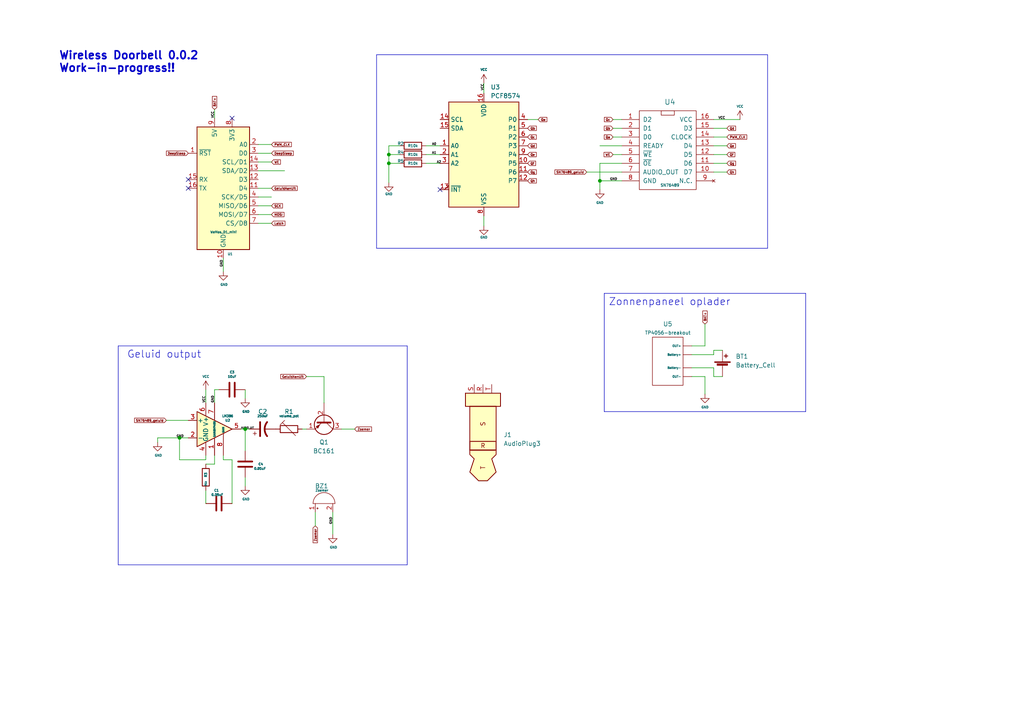
<source format=kicad_sch>
(kicad_sch (version 20230121) (generator eeschema)
  (paper "A4")
  (title_block (title "Draadoloos deurbel op basis van ESp32 S2") (date "2022-12-14") (rev "0.0.1") (company "Easylab4kids"))
  (lib_symbols
    (symbol "Amplifier_Audio:LM386" (pin_names (offset 0.127))
      (property "Reference" "U" (at 1.27 7.62 0))
      (property "Value" "LM386" (at 1.27 5.08 0))
      (symbol "LM386_0_1"
        (polyline (pts (xy 5.08 0) (xy -5.08 5.08) (xy -5.08 -5.08) (xy 5.08 0)) (stroke (width 0.254)) (fill (type background)))
      )
      (symbol "LM386_1_1"
        (pin input line (at 0 -7.62 90) (length 5.08) (name "GAIN") (number "1"))
        (pin input line (at -7.62 -2.54 0) (length 2.54) (name "-") (number "2"))
        (pin input line (at -7.62 2.54 0) (length 2.54) (name "+") (number "3"))
        (pin power_in line (at -2.54 -7.62 90) (length 3.81) (name "GND") (number "4"))
        (pin output line (at 7.62 0 180) (length 2.54) (name "~") (number "5"))
        (pin power_in line (at -2.54 7.62 270) (length 3.81) (name "V+") (number "6"))
        (pin input line (at 0 7.62 270) (length 5.08) (name "BYPASS") (number "7"))
        (pin input line (at 2.54 -7.62 90) (length 6.35) (name "GAIN") (number "8"))
      )
    )
    (symbol "Connector_Audio:AudioPlug3"
      (property "Reference" "J" (at 1.27 6.35 0))
      (property "Value" "AudioPlug3" (at 1.27 -6.35 0))
      (symbol "AudioPlug3_0_0"
        (text "R" (at -2.54 0 900) (effects (font (size 1.27 1.27))))
      )
      (symbol "AudioPlug3_0_1"
        (rectangle (start -3.81 3.81) (end -1.27 -3.81) (stroke (width 0.254)))
        (rectangle (start -1.27 -1.27) (end -1.27 -1.27))
      )
      (symbol "AudioPlug3_1_0"
        (text "S" (at 3.81 0 0) (effects (font (size 1.27 1.27))))
        (text "T" (at -8.89 0 0) (effects (font (size 1.27 1.27))))
      )
      (symbol "AudioPlug3_1_1"
        (rectangle (start -3.81 3.81) (end 8.89 -3.81) (stroke (width 0.254)) (fill (type background)))
        (polyline (pts (xy -3.81 3.81) (xy -5.08 3.81) (xy -6.35 2.54) (xy -10.16 3.81) (xy -12.7 1.27) (xy -12.7 -1.27) (xy -10.16 -3.81) (xy -6.35 -2.54) (xy -5.08 -3.81) (xy -3.81 -3.81) (xy -3.81 3.81)) (stroke (width 0.254)) (fill (type background)))
        (rectangle (start 12.7 5.08) (end 8.89 -5.08) (stroke (width 0.254)) (fill (type background)))
        (pin passive line (at 15.24 0 180) (length 2.54) (name "~") (number "R"))
        (pin passive line (at 15.24 2.54 180) (length 2.54) (name "~") (number "S"))
        (pin passive line (at 15.24 -2.54 180) (length 2.54) (name "~") (number "T"))
      )
    )
    (symbol "Device:Battery_Cell" (pin_numbers hide) (pin_names (offset 0) hide)
      (property "Reference" "BT" (at 2.54 2.54 0))
      (property "Value" "Battery_Cell" (at 2.54 0 0))
      (symbol "Battery_Cell_0_1"
        (rectangle (start -2.286 1.778) (end 2.286 1.524) (fill (type outline)))
        (rectangle (start -1.5748 1.1938) (end 1.4732 0.6858) (fill (type outline)))
        (polyline (pts (xy 0 0.762) (xy 0 0)))
        (polyline (pts (xy 0 1.778) (xy 0 2.54)))
        (polyline (pts (xy 0.508 3.429) (xy 1.524 3.429)) (stroke (width 0.254)))
        (polyline (pts (xy 1.016 3.937) (xy 1.016 2.921)) (stroke (width 0.254)))
      )
      (symbol "Battery_Cell_1_1"
        (pin passive line (at 0 5.08 270) (length 2.54) (name "+") (number "1"))
        (pin passive line (at 0 -2.54 90) (length 2.54) (name "-") (number "2"))
      )
    )
    (symbol "Device:Buzzer" (pin_names (offset 0.0254) hide)
      (property "Reference" "BZ" (at 3.81 1.27 0))
      (property "Value" "Buzzer" (at 3.81 -1.27 0))
      (symbol "Buzzer_0_1"
        (arc (start 0 -3.175) (mid 3.1612 0) (end 0 3.175))
        (polyline (pts (xy -1.651 1.905) (xy -1.143 1.905)))
        (polyline (pts (xy -1.397 2.159) (xy -1.397 1.651)))
        (polyline (pts (xy 0 3.175) (xy 0 -3.175)))
      )
      (symbol "Buzzer_1_1"
        (pin passive line (at -2.54 2.54 0) (length 2.54) (name "-") (number "1"))
        (pin passive line (at -2.54 -2.54 0) (length 2.54) (name "+") (number "2"))
      )
    )
    (symbol "Device:C" (pin_numbers hide) (pin_names (offset 0.254))
      (property "Reference" "C" (at 0.635 2.54 0))
      (property "Value" "C" (at 0.635 -2.54 0))
      (symbol "C_0_1"
        (polyline (pts (xy -2.032 -0.762) (xy 2.032 -0.762)) (stroke (width 0.508)))
        (polyline (pts (xy -2.032 0.762) (xy 2.032 0.762)) (stroke (width 0.508)))
      )
      (symbol "C_1_1"
        (pin passive line (at 0 3.81 270) (length 2.794) (name "~") (number "1"))
        (pin passive line (at 0 -3.81 90) (length 2.794) (name "~") (number "2"))
      )
    )
    (symbol "Device:C_Polarized_US" (pin_numbers hide) (pin_names (offset 0.254) hide)
      (property "Reference" "C" (at 0.635 2.54 0))
      (property "Value" "C_Polarized_US" (at 0.635 -2.54 0))
      (symbol "C_Polarized_US_0_1"
        (polyline (pts (xy -2.032 0.762) (xy 2.032 0.762)) (stroke (width 0.508)))
        (polyline (pts (xy -1.778 2.286) (xy -0.762 2.286)))
        (polyline (pts (xy -1.27 1.778) (xy -1.27 2.794)))
        (arc (start 2.032 -1.27) (mid 0 -0.5572) (end -2.032 -1.27) (stroke (width 0.508)))
      )
      (symbol "C_Polarized_US_1_1"
        (pin passive line (at 0 3.81 270) (length 2.794) (name "~") (number "1"))
        (pin passive line (at 0 -3.81 90) (length 3.302) (name "~") (number "2"))
      )
    )
    (symbol "Device:R" (pin_numbers hide) (pin_names (offset 0))
      (property "Reference" "R" (at 2.032 0 90))
      (property "Value" "R" (at 0 0 90))
      (symbol "R_0_1"
        (rectangle (start -1.016 -2.54) (end 1.016 2.54) (stroke (width 0.254)))
      )
      (symbol "R_1_1"
        (pin passive line (at 0 3.81 270) (length 1.27) (name "~") (number "1"))
        (pin passive line (at 0 -3.81 90) (length 1.27) (name "~") (number "2"))
      )
    )
    (symbol "Device:R_Trim" (pin_numbers hide) (pin_names (offset 0))
      (property "Reference" "R" (at 2.54 -2.54 90))
      (property "Value" "R_Trim" (at -2.54 -0.635 90))
      (symbol "R_Trim_0_1"
        (rectangle (start -1.016 -2.54) (end 1.016 2.54) (stroke (width 0.254)))
        (polyline (pts (xy -1.905 -1.905) (xy 1.905 1.905) (xy 2.54 1.27) (xy 1.27 2.54)))
      )
      (symbol "R_Trim_1_1"
        (pin passive line (at 0 3.81 270) (length 1.27) (name "~") (number "1"))
        (pin passive line (at 0 -3.81 90) (length 1.27) (name "~") (number "2"))
      )
    )
    (symbol "EasyLab4Kids:TP4056-breakout"
      (property "Reference" "U" (at 0 8.89 0))
      (property "Value" "TP4056-breakout" (at 0 6.35 0))
      (symbol "TP4056-breakout_0_1"
        (rectangle (start -5.08 5.08) (end 3.81 -8.89))
      )
      (symbol "TP4056-breakout_1_1"
        (pin output line (at 6.35 0 180) (length 2.54) (name "Battery+") (number ""))
        (pin output line (at 6.35 -3.81 180) (length 2.54) (name "Battery-") (number ""))
        (pin output line (at 6.35 2.54 180) (length 2.54) (name "OUT+") (number ""))
        (pin output line (at 6.35 -6.35 180) (length 2.54) (name "OUT-") (number ""))
      )
    )
    (symbol "GND_1" (power) (pin_names (offset 0))
      (property "Value" "GND_1" (at 0 -3.81 0))
      (symbol "GND_1_0_1"
        (polyline (pts (xy 0 0) (xy 0 -1.27) (xy 1.27 -1.27) (xy 0 -2.54) (xy -1.27 -1.27) (xy 0 -1.27)))
      )
      (symbol "GND_1_1_1"
        (pin power_in line (at 0 0 270) (length 0) hide (name "GND") (number "1"))
      )
    )
    (symbol "Interface_Expansion:PCF8574"
      (property "Reference" "U" (at -8.89 16.51 0))
      (property "Value" "PCF8574" (at 2.54 16.51 0))
      (symbol "PCF8574_0_1"
        (rectangle (start -10.16 15.24) (end 10.16 -15.24) (stroke (width 0.254)) (fill (type background)))
      )
      (symbol "PCF8574_1_1"
        (pin input line (at -12.7 2.54 0) (length 2.54) (name "A0") (number "1"))
        (pin bidirectional line (at 12.7 -2.54 180) (length 2.54) (name "P5") (number "10"))
        (pin bidirectional line (at 12.7 -5.08 180) (length 2.54) (name "P6") (number "11"))
        (pin bidirectional line (at 12.7 -7.62 180) (length 2.54) (name "P7") (number "12"))
        (pin open_collector output_low (at -12.7 -10.16 0) (length 2.54) (name "~{INT}") (number "13"))
        (pin input line (at -12.7 10.16 0) (length 2.54) (name "SCL") (number "14"))
        (pin bidirectional line (at -12.7 7.62 0) (length 2.54) (name "SDA") (number "15"))
        (pin power_in line (at 0 17.78 270) (length 2.54) (name "VDD") (number "16"))
        (pin input line (at -12.7 0 0) (length 2.54) (name "A1") (number "2"))
        (pin input line (at -12.7 -2.54 0) (length 2.54) (name "A2") (number "3"))
        (pin bidirectional line (at 12.7 10.16 180) (length 2.54) (name "P0") (number "4"))
        (pin bidirectional line (at 12.7 7.62 180) (length 2.54) (name "P1") (number "5"))
        (pin bidirectional line (at 12.7 5.08 180) (length 2.54) (name "P2") (number "6"))
        (pin bidirectional line (at 12.7 2.54 180) (length 2.54) (name "P3") (number "7"))
        (pin power_in line (at 0 -17.78 90) (length 2.54) (name "VSS") (number "8"))
        (pin bidirectional line (at 12.7 0 180) (length 2.54) (name "P4") (number "9"))
      )
    )
    (symbol "MCU_Module:WeMos_D1_mini"
      (property "Reference" "U" (at 3.81 19.05 0))
      (property "Value" "WeMos_D1_mini" (at 1.27 -19.05 0))
      (symbol "WeMos_D1_mini_1_1"
        (rectangle (start -7.62 17.78) (end 7.62 -17.78) (stroke (width 0.254)) (fill (type background)))
        (pin input line (at -10.16 10.16 0) (length 2.54) (name "~{RST}") (number "1"))
        (pin power_in line (at 0 -20.32 90) (length 2.54) (name "GND") (number "10"))
        (pin bidirectional line (at 10.16 0 180) (length 2.54) (name "D4") (number "11"))
        (pin bidirectional line (at 10.16 2.54 180) (length 2.54) (name "D3") (number "12"))
        (pin bidirectional line (at 10.16 5.08 180) (length 2.54) (name "SDA/D2") (number "13"))
        (pin bidirectional line (at 10.16 7.62 180) (length 2.54) (name "SCL/D1") (number "14"))
        (pin input line (at -10.16 2.54 0) (length 2.54) (name "RX") (number "15"))
        (pin output line (at -10.16 0 0) (length 2.54) (name "TX") (number "16"))
        (pin input line (at 10.16 12.7 180) (length 2.54) (name "A0") (number "2"))
        (pin bidirectional line (at 10.16 10.16 180) (length 2.54) (name "D0") (number "3"))
        (pin bidirectional line (at 10.16 -2.54 180) (length 2.54) (name "SCK/D5") (number "4"))
        (pin bidirectional line (at 10.16 -5.08 180) (length 2.54) (name "MISO/D6") (number "5"))
        (pin bidirectional line (at 10.16 -7.62 180) (length 2.54) (name "MOSI/D7") (number "6"))
        (pin bidirectional line (at 10.16 -10.16 180) (length 2.54) (name "CS/D8") (number "7"))
        (pin power_out line (at 2.54 20.32 270) (length 2.54) (name "3V3") (number "8"))
        (pin power_in line (at -2.54 20.32 270) (length 2.54) (name "5V") (number "9"))
      )
    )
    (symbol "Transistor_BJT:BC161" (pin_names (offset 0) hide)
      (property "Reference" "Q" (at 5.08 1.905 0))
      (property "Value" "BC161" (at 5.08 0 0))
      (symbol "BC161_0_1"
        (polyline (pts (xy 0.635 0.635) (xy 2.54 2.54)))
        (polyline (pts (xy 0.635 -0.635) (xy 2.54 -2.54) (xy 2.54 -2.54)))
        (polyline (pts (xy 0.635 1.905) (xy 0.635 -1.905) (xy 0.635 -1.905)) (stroke (width 0.508)))
        (polyline (pts (xy 2.286 -1.778) (xy 1.778 -2.286) (xy 1.27 -1.27) (xy 2.286 -1.778) (xy 2.286 -1.778)) (fill (type outline)))
        (circle (center 1.27 0) (radius 2.8194) (stroke (width 0.254)))
      )
      (symbol "BC161_1_1"
        (pin passive line (at 2.54 -5.08 90) (length 2.54) (name "E") (number "1"))
        (pin input line (at -5.08 0 0) (length 5.715) (name "B") (number "2"))
        (pin passive line (at 2.54 5.08 270) (length 2.54) (name "C") (number "3"))
      )
    )
    (symbol "VCC_1" (power) (pin_names (offset 0))
      (property "Value" "VCC_1" (at 0 3.81 0))
      (symbol "VCC_1_0_1"
        (polyline (pts (xy -0.762 1.27) (xy 0 2.54)))
        (polyline (pts (xy 0 0) (xy 0 2.54)))
        (polyline (pts (xy 0 2.54) (xy 0.762 1.27)))
      )
      (symbol "VCC_1_1_1"
        (pin power_in line (at 0 0 90) (length 0) hide (name "VCC") (number "1"))
      )
    )
    (symbol "easylab4kids:SN76489" (pin_names (offset 1.016))
      (property "Reference" "U" (at 0 13.97 0))
      (property "Value" "SN76489" (at 0 -12.7 0))
      (symbol "SN76489_0_1"
        (rectangle (start -8.89 11.43) (end 7.62 -11.43))
        (rectangle (start -2.54 11.43) (end 1.27 10.16))
      )
      (symbol "SN76489_1_1"
        (pin input line (at -13.97 8.89 0) (length 5.08) (name "D2") (number "1"))
        (pin input line (at 12.7 -6.35 180) (length 5.08) (name "D7") (number "10"))
        (pin input line (at 12.7 -3.81 180) (length 5.08) (name "D6") (number "11"))
        (pin input line (at 12.7 -1.27 180) (length 5.08) (name "D5") (number "12"))
        (pin input line (at 12.7 1.27 180) (length 5.08) (name "D4") (number "13"))
        (pin input line (at 12.7 3.81 180) (length 5.08) (name "CLOCK") (number "14"))
        (pin input line (at 12.7 6.35 180) (length 5.08) (name "D3") (number "15"))
        (pin power_in line (at 12.7 8.89 180) (length 5.08) (name "VCC") (number "16"))
        (pin input line (at -13.97 6.35 0) (length 5.08) (name "D1") (number "2"))
        (pin output line (at -13.97 3.81 0) (length 5.08) (name "D0") (number "3"))
        (pin power_out line (at -13.97 1.27 0) (length 5.08) (name "READY") (number "4"))
        (pin power_in line (at -13.97 -1.27 0) (length 5.08) (name "~{WE}") (number "5"))
        (pin power_in line (at -13.97 -3.81 0) (length 5.08) (name "~{OE}") (number "6"))
        (pin input line (at -13.97 -6.35 0) (length 5.08) (name "AUDIO_OUT") (number "7"))
        (pin power_in line (at -13.97 -8.89 0) (length 5.08) (name "GND") (number "8"))
        (pin no_connect line (at 12.7 -8.89 180) (length 5.08) (name "N.C.") (number "9"))
      )
    )
    (symbol "power:GND" (power) (pin_names (offset 0))
      (property "Value" "GND" (at 0 -3.81 0))
      (symbol "GND_0_1"
        (polyline (pts (xy 0 0) (xy 0 -1.27) (xy 1.27 -1.27) (xy 0 -2.54) (xy -1.27 -1.27) (xy 0 -1.27)))
      )
      (symbol "GND_1_1"
        (pin power_in line (at 0 0 270) (length 0) hide (name "GND") (number "1"))
      )
    )
    (symbol "power:VCC" (power) (pin_names (offset 0))
      (property "Value" "VCC" (at 0 3.81 0))
      (symbol "VCC_0_1"
        (polyline (pts (xy -0.762 1.27) (xy 0 2.54)))
        (polyline (pts (xy 0 0) (xy 0 2.54)))
        (polyline (pts (xy 0 2.54) (xy 0.762 1.27)))
      )
      (symbol "VCC_1_1"
        (pin power_in line (at 0 0 90) (length 0) hide (name "VCC") (number "1"))
      )
    )
  )
  (junction (at 173.99 52.451))
  (junction (at 112.776 47.371))
  (junction (at 71.12 124.46))
  (junction (at 52.07 127))
  (junction (at 112.776 44.831))
  (no_connect (at 127.635 54.991))
  (no_connect (at 67.31 34.29))
  (no_connect (at 54.61 52.07))
  (no_connect (at 54.61 54.61))
  (wire (pts (xy 123.571 42.291) (xy 127.635 42.291)))
  (wire (pts (xy 200.66 100.33) (xy 204.47 100.33)))
  (wire (pts (xy 210.82 44.831) (xy 207.01 44.831)))
  (wire (pts (xy 173.99 42.291) (xy 180.34 42.291)))
  (wire (pts (xy 52.07 127) (xy 54.61 127)))
  (wire (pts (xy 200.66 109.22) (xy 204.47 109.22)))
  (wire (pts (xy 64.77 74.93) (xy 64.77 78.74)))
  (wire (pts (xy 170.18 49.911) (xy 180.34 49.911)))
  (wire (pts (xy 78.74 64.77) (xy 74.93 64.77)))
  (polyline (pts (xy 233.68 119.38) (xy 233.68 85.09)))
  (polyline (pts (xy 34.29 100.33) (xy 34.29 163.83)))
  (wire (pts (xy 207.01 101.6) (xy 209.55 101.6)))
  (wire (pts (xy 210.82 47.371) (xy 207.01 47.371)))
  (wire (pts (xy 45.72 127) (xy 45.72 128.27)))
  (wire (pts (xy 74.93 54.61) (xy 78.74 54.61)))
  (wire (pts (xy 78.74 46.99) (xy 74.93 46.99)))
  (polyline (pts (xy 109.22 15.875) (xy 222.631 15.875)))
  (wire (pts (xy 156.083 34.671) (xy 153.035 34.671)))
  (wire (pts (xy 74.93 49.53) (xy 82.55 49.53)))
  (wire (pts (xy 87.63 124.46) (xy 88.9 124.46)))
  (wire (pts (xy 99.06 124.46) (xy 102.87 124.46)))
  (wire (pts (xy 210.82 37.211) (xy 207.01 37.211)))
  (wire (pts (xy 59.69 133.35) (xy 52.07 133.35)))
  (polyline (pts (xy 175.26 85.09) (xy 175.26 119.38)))
  (polyline (pts (xy 118.11 163.83) (xy 34.29 163.83)))
  (wire (pts (xy 62.23 113.03) (xy 62.23 116.84)))
  (wire (pts (xy 204.47 93.98) (xy 204.47 100.33)))
  (wire (pts (xy 177.8 39.751) (xy 180.34 39.751)))
  (wire (pts (xy 177.8 34.671) (xy 180.34 34.671)))
  (wire (pts (xy 200.66 102.87) (xy 207.01 102.87)))
  (wire (pts (xy 204.47 109.22) (xy 204.47 114.3)))
  (wire (pts (xy 96.52 154.94) (xy 96.52 148.59)))
  (wire (pts (xy 112.776 47.371) (xy 115.951 47.371)))
  (wire (pts (xy 210.82 42.291) (xy 207.01 42.291)))
  (wire (pts (xy 140.335 62.611) (xy 140.335 65.532)))
  (wire (pts (xy 63.5 113.03) (xy 62.23 113.03)))
  (wire (pts (xy 207.01 106.68) (xy 207.01 109.22)))
  (wire (pts (xy 69.85 124.46) (xy 71.12 124.46)))
  (wire (pts (xy 62.23 132.08) (xy 62.23 134.62)))
  (wire (pts (xy 173.99 52.451) (xy 173.99 54.991)))
  (wire (pts (xy 45.72 127) (xy 52.07 127)))
  (wire (pts (xy 112.776 47.371) (xy 112.776 52.959)))
  (polyline (pts (xy 109.22 72.009) (xy 222.631 72.009)))
  (wire (pts (xy 207.01 102.87) (xy 207.01 101.6)))
  (wire (pts (xy 78.74 62.23) (xy 74.93 62.23)))
  (wire (pts (xy 71.12 124.46) (xy 72.39 124.46)))
  (wire (pts (xy 177.8 44.831) (xy 180.34 44.831)))
  (wire (pts (xy 140.335 24.13) (xy 140.335 27.051)))
  (wire (pts (xy 173.99 47.371) (xy 180.34 47.371)))
  (wire (pts (xy 52.07 133.35) (xy 52.07 127)))
  (wire (pts (xy 78.74 44.45) (xy 74.93 44.45)))
  (wire (pts (xy 62.23 31.75) (xy 62.23 34.29)))
  (wire (pts (xy 71.12 113.03) (xy 71.12 115.57)))
  (wire (pts (xy 93.98 116.84) (xy 93.98 109.22)))
  (wire (pts (xy 112.776 44.831) (xy 115.951 44.831)))
  (wire (pts (xy 67.31 146.05) (xy 67.31 133.35)))
  (wire (pts (xy 64.77 133.35) (xy 64.77 132.08)))
  (polyline (pts (xy 34.29 100.33) (xy 118.11 100.33)))
  (wire (pts (xy 123.571 44.831) (xy 127.635 44.831)))
  (wire (pts (xy 59.69 113.03) (xy 59.69 116.84)))
  (polyline (pts (xy 109.22 15.875) (xy 109.22 72.009)))
  (wire (pts (xy 177.8 37.211) (xy 180.34 37.211)))
  (wire (pts (xy 112.776 44.831) (xy 112.776 47.371)))
  (wire (pts (xy 71.12 124.46) (xy 71.12 130.81)))
  (wire (pts (xy 67.31 133.35) (xy 64.77 133.35)))
  (wire (pts (xy 74.93 59.69) (xy 78.74 59.69)))
  (wire (pts (xy 78.74 41.91) (xy 74.93 41.91)))
  (polyline (pts (xy 175.26 85.09) (xy 233.68 85.09)))
  (polyline (pts (xy 222.631 72.009) (xy 222.631 15.875)))
  (wire (pts (xy 123.571 47.371) (xy 127.635 47.371)))
  (wire (pts (xy 48.26 121.92) (xy 54.61 121.92)))
  (polyline (pts (xy 118.11 100.33) (xy 118.11 163.83)))
  (wire (pts (xy 59.69 142.24) (xy 59.69 146.05)))
  (wire (pts (xy 207.01 109.22) (xy 209.55 109.22)))
  (wire (pts (xy 91.44 152.527) (xy 91.44 148.59)))
  (wire (pts (xy 173.99 52.451) (xy 180.34 52.451)))
  (wire (pts (xy 62.23 134.62) (xy 59.69 134.62)))
  (wire (pts (xy 112.776 42.291) (xy 112.776 44.831)))
  (wire (pts (xy 200.66 106.68) (xy 207.01 106.68)))
  (wire (pts (xy 115.951 42.291) (xy 112.776 42.291)))
  (polyline (pts (xy 175.26 119.38) (xy 233.68 119.38)))
  (wire (pts (xy 210.82 39.751) (xy 207.01 39.751)))
  (wire (pts (xy 78.74 57.15) (xy 74.93 57.15)))
  (wire (pts (xy 88.9 109.22) (xy 93.98 109.22)))
  (wire (pts (xy 173.99 47.371) (xy 173.99 52.451)))
  (wire (pts (xy 210.82 49.911) (xy 207.01 49.911)))
  (wire (pts (xy 71.12 138.43) (xy 71.12 140.97)))
  (wire (pts (xy 59.69 132.08) (xy 59.69 133.35)))
  (wire (pts (xy 207.01 34.671) (xy 214.63 34.671)))
  (text "Wireless Doorbell 0.0.2\nWork-in-progress!!\n" (at 17.018 21.209 0) (effects (font (size 2.27 2.27) (thickness 0.454) bold) (justify left bottom)))
  (text "Zonnenpaneel oplader" (at 176.53 88.9 0) (effects (font (size 2.1 2.1)) (justify left bottom)))
  (text "Geluid output" (at 36.83 104.14 0) (effects (font (size 2.1 2.1)) (justify left bottom)))
  (label "VCC" (at 62.23 34.29 90) (effects (font (size 0.66 0.66))))
  (label "A0" (at 126.619 42.291 180) (effects (font (size 0.66 0.66))))
  (label "GND" (at 64.77 77.47 90) (effects (font (size 0.66 0.66))))
  (label "VCC" (at 59.69 116.84 90) (effects (font (size 0.66 0.66))))
  (label "GND" (at 96.52 149.86 270) (effects (font (size 0.66 0.66))))
  (label "VCC" (at 208.28 34.671 0) (effects (font (size 0.66 0.66))))
  (label "GND" (at 53.34 127 180) (effects (font (size 0.66 0.66))))
  (label "VCC" (at 140.462 26.289 90) (effects (font (size 0.66 0.66))))
  (label "A1" (at 126.619 44.831 180) (effects (font (size 0.66 0.66))))
  (label "AUDIO_UIT" (at 69.85 124.46 0) (effects (font (size 0.5 0.5))))
  (label "GND" (at 179.07 52.451 180) (effects (font (size 0.66 0.66))))
  (label "GND" (at 62.23 116.84 90) (effects (font (size 0.66 0.66))))
  (label "A2" (at 126.619 47.498 0) (effects (font (size 0.66 0.66))))
  (global_label "Qb" (shape input) (at 153.035 37.211 0) (effects (font (size 0.66 0.66))) (property "Intersheetrefs" "${INTERSHEET_REFS}" (effects hide)))
  (global_label "Qh" (shape input) (at 210.82 49.911 0) (effects (font (size 0.66 0.66))) (property "Intersheetrefs" "${INTERSHEET_REFS}" (effects hide)))
  (global_label "Qd" (shape input) (at 210.82 37.211 0) (effects (font (size 0.66 0.66))) (property "Intersheetrefs" "${INTERSHEET_REFS}" (effects hide)))
  (global_label "Qf" (shape input) (at 210.82 44.831 0) (effects (font (size 0.66 0.66))) (property "Intersheetrefs" "${INTERSHEET_REFS}" (effects hide)))
  (global_label "PWM_CLK" (shape input) (at 210.82 39.751 0) (effects (font (size 0.66 0.66))) (property "Intersheetrefs" "${INTERSHEET_REFS}" (effects hide)))
  (global_label "Qc" (shape input) (at 177.8 34.671 180) (effects (font (size 0.66 0.66))) (property "Intersheetrefs" "${INTERSHEET_REFS}" (effects hide)))
  (global_label "Qe" (shape input) (at 210.82 42.291 0) (effects (font (size 0.66 0.66))) (property "Intersheetrefs" "${INTERSHEET_REFS}" (effects hide)))
  (global_label "Qg" (shape input) (at 153.035 49.911 0) (effects (font (size 0.66 0.66))) (property "Intersheetrefs" "${INTERSHEET_REFS}" (effects hide)))
  (global_label "SN76489_geluid" (shape input) (at 48.26 121.92 180) (effects (font (size 0.66 0.66))) (property "Intersheetrefs" "${INTERSHEET_REFS}" (effects hide)))
  (global_label "GeluidAanUit" (shape input) (at 78.74 54.61 0) (effects (font (size 0.66 0.66))) (property "Intersheetrefs" "${INTERSHEET_REFS}" (effects hide)))
  (global_label "Zoemer" (shape input) (at 102.87 124.46 0) (effects (font (size 0.66 0.66))) (property "Intersheetrefs" "${INTERSHEET_REFS}" (effects hide)))
  (global_label "Qc" (shape input) (at 153.035 39.751 0) (effects (font (size 0.66 0.66))) (property "Intersheetrefs" "${INTERSHEET_REFS}" (effects hide)))
  (global_label "WE" (shape input) (at 78.74 46.99 0) (effects (font (size 0.66 0.66))) (property "Intersheetrefs" "${INTERSHEET_REFS}" (effects hide)))
  (global_label "Zoemer" (shape input) (at 91.44 152.527 270) (effects (font (size 0.66 0.66))) (property "Intersheetrefs" "${INTERSHEET_REFS}" (effects hide)))
  (global_label "DeepSleep" (shape input) (at 78.74 44.45 0) (effects (font (size 0.66 0.66))) (property "Intersheetrefs" "${INTERSHEET_REFS}" (effects hide)))
  (global_label "Qd" (shape input) (at 153.035 42.291 0) (effects (font (size 0.66 0.66))) (property "Intersheetrefs" "${INTERSHEET_REFS}" (effects hide)))
  (global_label "Qa" (shape input) (at 177.8 39.751 180) (effects (font (size 0.66 0.66))) (property "Intersheetrefs" "${INTERSHEET_REFS}" (effects hide)))
  (global_label "WE" (shape input) (at 177.8 44.831 180) (effects (font (size 0.66 0.66))) (property "Intersheetrefs" "${INTERSHEET_REFS}" (effects hide)))
  (global_label "BAT+" (shape input) (at 62.23 31.75 90) (effects (font (size 0.66 0.66))) (property "Intersheetrefs" "${INTERSHEET_REFS}" (effects hide)))
  (global_label "MOSI" (shape input) (at 78.74 62.23 0) (effects (font (size 0.66 0.66))) (property "Intersheetrefs" "${INTERSHEET_REFS}" (effects hide)))
  (global_label "Qh" (shape input) (at 153.035 52.451 0) (effects (font (size 0.66 0.66))) (property "Intersheetrefs" "${INTERSHEET_REFS}" (effects hide)))
  (global_label "DeepSleep" (shape input) (at 54.61 44.45 180) (effects (font (size 0.66 0.66))) (property "Intersheetrefs" "${INTERSHEET_REFS}" (effects hide)))
  (global_label "SN76489_geluid" (shape input) (at 170.18 49.911 180) (effects (font (size 0.66 0.66))) (property "Intersheetrefs" "${INTERSHEET_REFS}" (effects hide)))
  (global_label "Qa" (shape input) (at 156.083 34.671 0) (effects (font (size 0.66 0.66))) (property "Intersheetrefs" "${INTERSHEET_REFS}" (effects hide)))
  (global_label "Qf" (shape input) (at 153.035 47.371 0) (effects (font (size 0.66 0.66))) (property "Intersheetrefs" "${INTERSHEET_REFS}" (effects hide)))
  (global_label "Qe" (shape input) (at 153.035 44.831 0) (effects (font (size 0.66 0.66))) (property "Intersheetrefs" "${INTERSHEET_REFS}" (effects hide)))
  (global_label "GeluidAanUit" (shape input) (at 88.9 109.22 180) (effects (font (size 0.66 0.66))) (property "Intersheetrefs" "${INTERSHEET_REFS}" (effects hide)))
  (global_label "Qb" (shape input) (at 177.8 37.211 180) (effects (font (size 0.66 0.66))) (property "Intersheetrefs" "${INTERSHEET_REFS}" (effects hide)))
  (global_label "Qg" (shape input) (at 210.82 47.371 0) (effects (font (size 0.66 0.66))) (property "Intersheetrefs" "${INTERSHEET_REFS}" (effects hide)))
  (global_label "SCK" (shape input) (at 78.74 59.69 0) (effects (font (size 0.66 0.66))) (property "Intersheetrefs" "${INTERSHEET_REFS}" (effects hide)))
  (global_label "BAT+" (shape input) (at 204.47 93.98 90) (effects (font (size 0.66 0.66))) (property "Intersheetrefs" "${INTERSHEET_REFS}" (effects hide)))
  (global_label "Latch" (shape input) (at 78.74 64.77 0) (effects (font (size 0.66 0.66))) (property "Intersheetrefs" "${INTERSHEET_REFS}" (effects hide)))
  (global_label "PWM_CLK" (shape input) (at 78.74 41.91 0) (effects (font (size 0.66 0.66))) (property "Intersheetrefs" "${INTERSHEET_REFS}" (effects hide)))
  (symbol (lib_id "Device:Battery_Cell") (at 209.55 106.68 0) (unit 1)
    (property "Reference" "BT1" (at 213.36 103.3779 0) (effects (justify left)))
    (property "Value" "Battery_Cell" (at 213.36 105.9179 0) (effects (justify left)))
  )
  (symbol (lib_id "EasyLab4Kids:TP4056-breakout") (at 194.31 102.87 0) (unit 1)
    (property "Reference" "U5" (at 193.675 93.98 0))
    (property "Value" "TP4056-breakout" (at 193.675 96.52 0) (effects (font (size 0.99 0.99))))
  )
  (symbol (lib_id "power:VCC") (at 59.69 113.03 0) (unit 1)
    (property "Reference" "#PWR0101" (effects hide))
    (property "Value" "VCC" (at 59.69 109.22 0) (effects (font (size 0.66 0.66))))
  )
  (symbol (lib_id "Transistor_BJT:BC161") (at 93.98 121.92 270) (unit 1)
    (property "Reference" "Q1" (at 93.98 128.27 90))
    (property "Value" "BC161" (at 93.98 130.81 90))
    (property "Footprint" "Package_TO_SOT_THT:TO-39-3" (effects hide))
    (property "Datasheet" "http://www.farnell.com/datasheets/1697389.pdf" (effects hide))
  )
  (symbol (lib_id "Device:Buzzer") (at 93.98 146.05 90) (unit 1)
    (property "Reference" "BZ1" (at 95.25 140.97 90) (effects (justify left)))
    (property "Value" "Zoemer" (at 95.2499 142.24 90) (effects (font (size 0.66 0.66)) (justify left)))
  )
  (symbol (lib_id "Device:R") (at 119.761 42.291 90) (unit 1)
    (property "Reference" "R2" (at 116.205 41.656 90) (effects (font (size 0.88 0.88))))
    (property "Value" "R10k" (at 119.761 42.291 90) (effects (font (size 0.77 0.77))))
  )
  (symbol (lib_id "power:GND") (at 45.72 128.27 0) (unit 1)
    (property "Reference" "#PWR0112" (effects hide))
    (property "Value" "GND" (at 46.99 132.08 0) (effects (font (size 0.66 0.66)) (justify right)))
  )
  (symbol (lib_id "power:GND") (at 71.12 140.97 0) (unit 1)
    (property "Reference" "#PWR0113" (effects hide))
    (property "Value" "GND" (at 72.39 144.78 0) (effects (font (size 0.66 0.66)) (justify right)))
  )
  (symbol (lib_id "Device:R") (at 119.761 47.371 90) (unit 1)
    (property "Reference" "R5" (at 116.205 46.736 90) (effects (font (size 0.88 0.88))))
    (property "Value" "R10k" (at 119.761 47.371 90) (effects (font (size 0.77 0.77))))
  )
  (symbol (lib_name "GND_1") (lib_id "power:GND") (at 112.776 52.959 0) (unit 1)
    (property "Reference" "#PWR01" (effects hide))
    (property "Value" "GND" (at 112.776 56.261 0) (effects (font (size 0.66 0.66))))
  )
  (symbol (lib_id "power:GND") (at 204.47 114.3 0) (unit 1)
    (property "Reference" "#PWR02" (effects hide))
    (property "Value" "GND" (at 204.47 118.11 0) (effects (font (size 0.66 0.66))))
  )
  (symbol (lib_id "power:GND") (at 96.52 154.94 0) (unit 1)
    (property "Reference" "#PWR0110" (effects hide))
    (property "Value" "GND" (at 97.79 158.75 0) (effects (font (size 0.66 0.66)) (justify right)))
  )
  (symbol (lib_id "Device:R") (at 59.69 138.43 0) (unit 1)
    (property "Reference" "R3" (at 59.69 138.43 90) (effects (font (size 0.66 0.66)) (justify left)))
    (property "Value" "R1k" (at 59.69 140.97 90) (effects (font (size 0.5 0.5)) (justify left)))
  )
  (symbol (lib_id "Device:R") (at 119.761 44.831 90) (unit 1)
    (property "Reference" "R4" (at 116.205 44.196 90) (effects (font (size 0.88 0.88))))
    (property "Value" "R10k" (at 119.761 44.831 90) (effects (font (size 0.77 0.77))))
  )
  (symbol (lib_id "power:GND") (at 173.99 54.991 0) (unit 1)
    (property "Reference" "#PWR0107" (effects hide))
    (property "Value" "GND" (at 173.99 58.801 0) (effects (font (size 0.66 0.66))))
  )
  (symbol (lib_id "Device:C_Polarized_US") (at 76.2 124.46 90) (unit 1)
    (property "Reference" "C2" (at 76.2 119.38 90))
    (property "Value" "250uF" (at 76.2 120.65 90) (effects (font (size 0.66 0.66))))
  )
  (symbol (lib_id "Amplifier_Audio:LM386") (at 62.23 124.46 0) (unit 1)
    (property "Reference" "U2" (at 66.04 121.92 0) (effects (font (size 0.66 0.66))))
    (property "Value" "LM386" (at 66.04 120.65 0) (effects (font (size 0.66 0.66))))
    (property "Datasheet" "http://www.ti.com/lit/ds/symlink/lm386.pdf" (effects hide))
  )
  (symbol (lib_id "power:GND") (at 71.12 115.57 0) (unit 1)
    (property "Reference" "#PWR0111" (effects hide))
    (property "Value" "GND" (at 72.39 119.38 0) (effects (font (size 0.66 0.66)) (justify right)))
  )
  (symbol (lib_id "Device:R_Trim") (at 83.82 124.46 90) (unit 1)
    (property "Reference" "R1" (at 83.82 119.38 90))
    (property "Value" "volume_pot" (at 83.82 120.65 90) (effects (font (size 0.66 0.66))))
  )
  (symbol (lib_id "Device:C") (at 71.12 134.62 180) (unit 1)
    (property "Reference" "C4" (at 74.93 134.62 0) (effects (font (size 0.66 0.66)) (justify right)))
    (property "Value" "0.05uF" (at 73.66 135.89 0) (effects (font (size 0.66 0.66)) (justify right)))
  )
  (symbol (lib_id "Interface_Expansion:PCF8574") (at 140.335 44.831 0) (unit 1)
    (property "Reference" "U3" (at 142.2909 25.273 0) (effects (justify left)))
    (property "Value" "PCF8574" (at 142.2909 27.813 0) (effects (justify left)))
    (property "Datasheet" "http://www.nxp.com/documents/data_sheet/PCF8574_PCF8574A.pdf" (effects hide))
  )
  (symbol (lib_id "power:VCC") (at 214.63 34.671 0) (unit 1)
    (property "Reference" "#PWR0108" (effects hide))
    (property "Value" "VCC" (at 214.63 30.861 0) (effects (font (size 0.66 0.66))))
  )
  (symbol (lib_name "GND_1") (lib_id "power:GND") (at 140.335 65.532 0) (unit 1)
    (property "Reference" "#PWR03" (effects hide))
    (property "Value" "GND" (at 140.335 68.834 0) (effects (font (size 0.66 0.66))))
  )
  (symbol (lib_id "Connector_Audio:AudioPlug3") (at 140.081 126.746 90) (unit 1)
    (property "Reference" "J1" (at 146.05 126.111 90) (effects (justify right)))
    (property "Value" "AudioPlug3" (at 146.05 128.651 90) (effects (justify right)))
  )
  (symbol (lib_id "MCU_Module:WeMos_D1_mini") (at 64.77 54.61 0) (unit 1)
    (property "Reference" "U1" (at 66.04 73.66 0) (effects (font (size 0.66 0.66)) (justify left)))
    (property "Value" "WeMos_D1_mini" (at 60.96 67.31 0) (effects (font (size 0.66 0.66)) (justify left)))
    (property "Footprint" "Module:WEMOS_D1_mini_light" (effects hide))
    (property "Datasheet" "https://wiki.wemos.cc/products:d1:d1_mini#documentation" (effects hide))
  )
  (symbol (lib_id "easylab4kids:SN76489") (at 194.31 43.561 0) (unit 1)
    (property "Reference" "U4" (at 194.31 29.591 0) (effects (font (size 1.524 1.524))))
    (property "Value" "SN76489" (at 194.31 53.721 0) (effects (font (size 0.8 0.8))))
    (property "Footprint" "w_pth_circuits:dil_16-300_socket" (effects hide))
  )
  (symbol (lib_id "Device:C") (at 67.31 113.03 90) (unit 1)
    (property "Reference" "C3" (at 67.31 107.95 90) (effects (font (size 0.66 0.66))))
    (property "Value" "10uF" (at 67.31 109.22 90) (effects (font (size 0.66 0.66))))
  )
  (symbol (lib_name "VCC_1") (lib_id "power:VCC") (at 140.335 24.13 0) (unit 1)
    (property "Reference" "#PWR04" (effects hide))
    (property "Value" "VCC" (at 140.335 20.193 0) (effects (font (size 0.66 0.66))))
  )
  (symbol (lib_id "power:GND") (at 64.77 78.74 0) (unit 1)
    (property "Reference" "#PWR0103" (effects hide))
    (property "Value" "GND" (at 66.04 82.55 0) (effects (font (size 0.66 0.66)) (justify right)))
  )
  (symbol (lib_id "Device:C") (at 63.5 146.05 270) (unit 1)
    (property "Reference" "C1" (at 63.5 142.24 90) (effects (font (size 0.66 0.66)) (justify right)))
    (property "Value" "0.05uF" (at 64.77 143.51 90) (effects (font (size 0.66 0.66)) (justify right)))
  )
)
</source>
